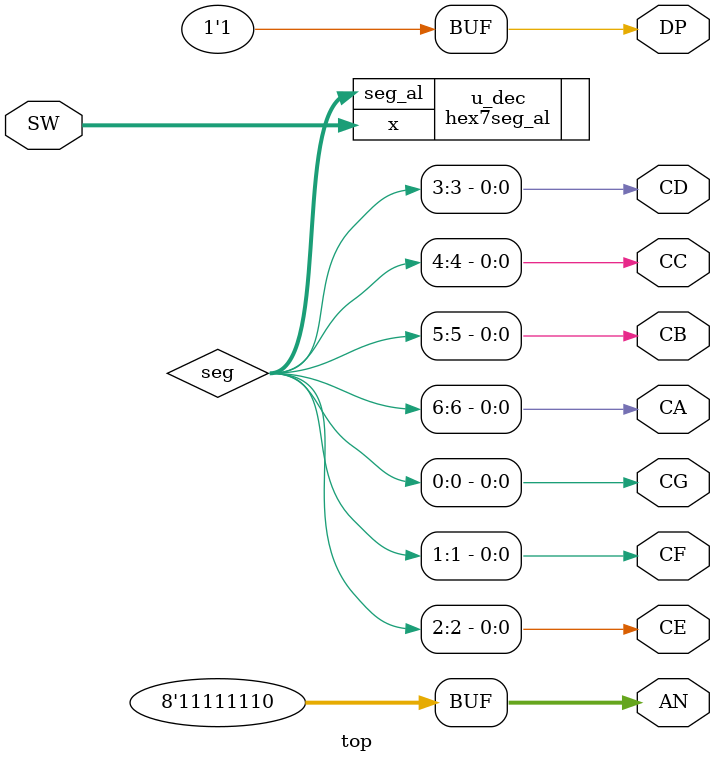
<source format=sv>
`timescale 1ns / 1ps
module top(
  input  logic [3:0] SW,          // <-- añadir
  output logic CA, CB, CC, CD, CE, CF, CG, DP,
  output logic [7:0] AN
);
  logic [6:0] seg;
  hex7seg_al u_dec(.x(SW), .seg_al(seg));

  assign {CA,CB,CC,CD,CE,CF,CG} = seg;
  assign DP = 1'b1;
  assign AN = 8'b1111_1110;
endmodule


</source>
